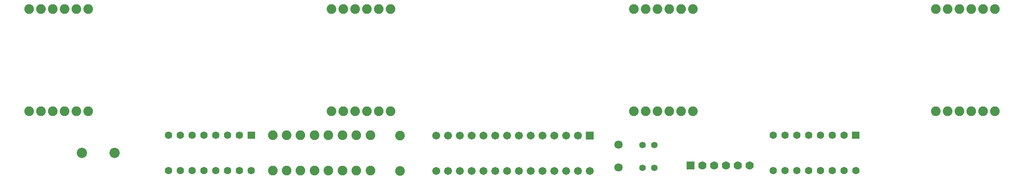
<source format=gts>
G04 Layer: TopSolderMaskLayer*
G04 EasyEDA v6.1.34, Sun, 05 May 2019 19:16:01 GMT*
G04 77ecd07a251a4821b54f13b313e443d2,d2a06957bfed4711b46dd7a2d4eaa8b9,10*
G04 Gerber Generator version 0.2*
G04 Scale: 100 percent, Rotated: No, Reflected: No *
G04 Dimensions in millimeters *
G04 leading zeros omitted , absolute positions ,3 integer and 3 decimal *
%FSLAX33Y33*%
%MOMM*%
G90*
G71D02*

%ADD13C,1.397000*%
%ADD28C,2.082800*%
%ADD30C,1.600200*%
%ADD31C,1.703197*%
%ADD33C,1.803197*%
%ADD34C,1.778000*%
%ADD35R,1.778000X1.778000*%
%ADD36C,2.203196*%

%LPD*%
G54D28*
G01X96750Y16941D03*
G01X99290Y16941D03*
G01X101830Y16941D03*
G01X104370Y16941D03*
G01X106910Y16941D03*
G01X109450Y16941D03*
G01X109450Y38938D03*
G01X106910Y38938D03*
G01X104370Y38938D03*
G01X101830Y38938D03*
G01X99290Y38938D03*
G01X96750Y38938D03*
G01X161749Y16941D03*
G01X164289Y16941D03*
G01X166829Y16941D03*
G01X169369Y16941D03*
G01X171909Y16941D03*
G01X174449Y16941D03*
G01X174449Y38938D03*
G01X171909Y38938D03*
G01X169369Y38938D03*
G01X166829Y38938D03*
G01X164289Y38938D03*
G01X161749Y38938D03*
G01X31750Y16941D03*
G01X34290Y16941D03*
G01X36830Y16941D03*
G01X39370Y16941D03*
G01X41910Y16941D03*
G01X44450Y16941D03*
G01X44450Y38938D03*
G01X41910Y38938D03*
G01X39370Y38938D03*
G01X36830Y38938D03*
G01X34290Y38938D03*
G01X31750Y38938D03*
G36*
G01X78689Y10949D02*
G01X78689Y12550D01*
G01X80289Y12550D01*
G01X80289Y10949D01*
G01X78689Y10949D01*
G37*
G54D30*
G01X76950Y11750D03*
G01X74410Y11750D03*
G01X71870Y11750D03*
G01X69330Y11750D03*
G01X66790Y11750D03*
G01X64250Y11750D03*
G01X61710Y11750D03*
G01X61710Y4130D03*
G01X64250Y4130D03*
G01X66790Y4130D03*
G01X69330Y4130D03*
G01X71870Y4130D03*
G01X74410Y4130D03*
G01X76950Y4130D03*
G01X79490Y4130D03*
G36*
G01X208688Y10949D02*
G01X208688Y12550D01*
G01X210289Y12550D01*
G01X210289Y10949D01*
G01X208688Y10949D01*
G37*
G01X206950Y11750D03*
G01X204410Y11750D03*
G01X201870Y11750D03*
G01X199330Y11750D03*
G01X196790Y11750D03*
G01X194250Y11750D03*
G01X191710Y11750D03*
G01X191710Y4130D03*
G01X194250Y4130D03*
G01X196790Y4130D03*
G01X199330Y4130D03*
G01X201870Y4130D03*
G01X204410Y4130D03*
G01X206950Y4130D03*
G01X209490Y4130D03*
G54D28*
G01X226750Y16941D03*
G01X229290Y16941D03*
G01X231830Y16941D03*
G01X234370Y16941D03*
G01X236910Y16941D03*
G01X239450Y16941D03*
G01X239450Y38938D03*
G01X236910Y38938D03*
G01X234370Y38938D03*
G01X231830Y38938D03*
G01X229290Y38938D03*
G01X226750Y38938D03*
G01X90099Y4130D03*
G01X90099Y11750D03*
G01X87099Y4130D03*
G01X87099Y11750D03*
G01X84099Y4130D03*
G01X84099Y11750D03*
G01X105100Y4130D03*
G01X105100Y11750D03*
G01X102100Y4130D03*
G01X102100Y11750D03*
G01X99100Y4130D03*
G01X99100Y11750D03*
G01X96099Y4130D03*
G01X96099Y11750D03*
G01X93100Y4130D03*
G01X93100Y11750D03*
G54D31*
G01X119253Y4064D03*
G01X121793Y4064D03*
G01X124333Y4064D03*
G01X126873Y4064D03*
G01X129413Y4064D03*
G01X131953Y4064D03*
G01X134493Y4064D03*
G01X137033Y4064D03*
G01X139573Y4064D03*
G01X142113Y4064D03*
G01X144653Y4064D03*
G01X147193Y4064D03*
G01X149733Y4064D03*
G01X152273Y4064D03*
G01X119253Y11684D03*
G01X121793Y11684D03*
G01X124333Y11684D03*
G01X126873Y11684D03*
G01X129413Y11684D03*
G01X131953Y11684D03*
G01X134493Y11684D03*
G01X137033Y11684D03*
G01X139573Y11684D03*
G01X142113Y11684D03*
G01X144653Y11684D03*
G01X147193Y11684D03*
G01X149733Y11684D03*
G36*
G01X151422Y10833D02*
G01X151422Y12534D01*
G01X153123Y12534D01*
G01X153123Y10833D01*
G01X151422Y10833D01*
G37*
G54D33*
G01X158496Y4826D03*
G01X158496Y9726D03*
G54D13*
G01X166141Y9601D03*
G01X163601Y9601D03*
G01X166141Y4762D03*
G01X163601Y4762D03*
G54D28*
G01X111506Y4064D03*
G01X111506Y11684D03*
G54D34*
G01X186690Y5207D03*
G01X184150Y5207D03*
G01X181610Y5207D03*
G01X179070Y5207D03*
G01X176530Y5207D03*
G54D35*
G01X173990Y5207D03*
G54D36*
G01X43099Y7940D03*
G01X50099Y7940D03*
M00*
M02*

</source>
